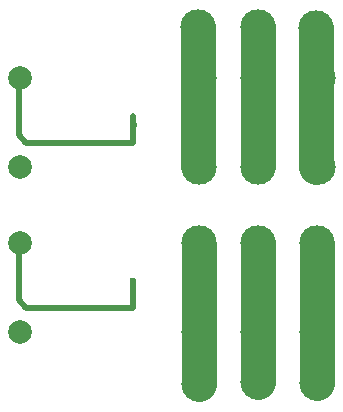
<source format=gbr>
%FSLAX32Y32*%
%MOMM*%
%LNKUPFERSEITE1*%
G71*
G01*
%ADD10C, 2.00*%
%ADD11C, 3.00*%
%ADD12C, 3.00*%
%ADD13C, 3.00*%
%ADD14C, 0.50*%
%ADD15C, 0.60*%
%LPD*%
X1691Y7185D02*
G54D10*
D03*
X1691Y6432D02*
G54D10*
D03*
X3204Y6428D02*
G54D11*
D03*
X3204Y7181D02*
G54D11*
D03*
X3706Y6428D02*
G54D11*
D03*
X3706Y7181D02*
G54D11*
D03*
X4208Y6428D02*
G54D11*
D03*
X4208Y7181D02*
G54D11*
D03*
G54D12*
X4204Y6000D02*
X4204Y7174D01*
X4204Y6000D02*
G54D13*
D03*
G54D14*
X1680Y7158D02*
X1680Y6698D01*
X1743Y6634D01*
X2648Y6634D01*
X2648Y6857D01*
X2648Y6857D02*
G54D15*
D03*
X1694Y8582D02*
G54D10*
D03*
X1694Y7829D02*
G54D10*
D03*
X3207Y7825D02*
G54D11*
D03*
X3207Y8578D02*
G54D11*
D03*
X3709Y7825D02*
G54D11*
D03*
X3709Y8578D02*
G54D11*
D03*
X4211Y7825D02*
G54D11*
D03*
X4211Y8578D02*
G54D11*
D03*
G54D14*
X1683Y8555D02*
X1683Y8095D01*
X1746Y8032D01*
X2651Y8032D01*
X2651Y8254D01*
X2659Y8182D02*
G54D15*
D03*
G54D12*
X4199Y8999D02*
X4199Y7824D01*
X4199Y8999D02*
G54D13*
D03*
G54D12*
X3707Y9009D02*
X3707Y7834D01*
X3707Y9009D02*
G54D13*
D03*
G54D12*
X3199Y9007D02*
X3199Y7832D01*
X3199Y9007D02*
G54D13*
D03*
G54D12*
X3704Y6007D02*
X3704Y7182D01*
X3704Y6007D02*
G54D13*
D03*
G54D12*
X3204Y5984D02*
X3204Y7158D01*
X3204Y5984D02*
G54D13*
D03*
M02*

</source>
